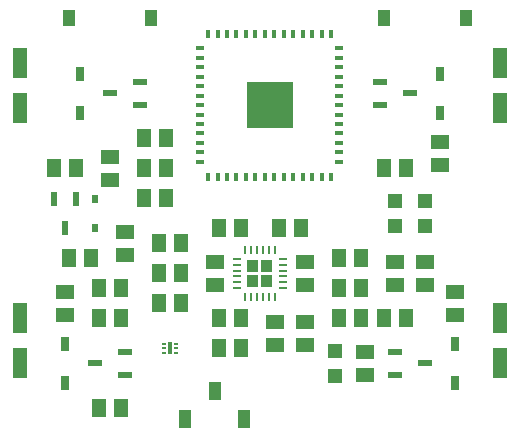
<source format=gbr>
G04 EAGLE Gerber RS-274X export*
G75*
%MOMM*%
%FSLAX34Y34*%
%LPD*%
%INSolderpaste Top*%
%IPPOS*%
%AMOC8*
5,1,8,0,0,1.08239X$1,22.5*%
G01*
%ADD10R,1.500000X1.300000*%
%ADD11R,1.300000X1.500000*%
%ADD12R,0.600000X0.800000*%
%ADD13R,0.790000X0.260000*%
%ADD14R,0.260000X0.790000*%
%ADD15R,1.200000X1.200000*%
%ADD16R,1.270000X2.540000*%
%ADD17R,1.200000X0.600000*%
%ADD18R,0.600000X1.200000*%
%ADD19R,0.750000X1.250000*%
%ADD20R,1.000000X1.600000*%
%ADD21R,0.800000X0.400000*%
%ADD22R,0.400000X0.800000*%
%ADD23R,4.000000X4.000000*%
%ADD24R,1.000000X1.400000*%
%ADD25R,0.370000X0.240000*%
%ADD26R,0.400000X1.080000*%

G36*
X239267Y153707D02*
X239267Y153707D01*
X239262Y153714D01*
X239269Y153720D01*
X239269Y163520D01*
X239233Y163567D01*
X239226Y163562D01*
X239220Y163569D01*
X229920Y163569D01*
X229873Y163533D01*
X229878Y163526D01*
X229871Y163520D01*
X229871Y153720D01*
X229907Y153673D01*
X229914Y153678D01*
X229920Y153671D01*
X239220Y153671D01*
X239267Y153707D01*
G37*
G36*
X227327Y153707D02*
X227327Y153707D01*
X227322Y153714D01*
X227329Y153720D01*
X227329Y163520D01*
X227293Y163567D01*
X227286Y163562D01*
X227280Y163569D01*
X217980Y163569D01*
X217933Y163533D01*
X217938Y163526D01*
X217931Y163520D01*
X217931Y153720D01*
X217967Y153673D01*
X217974Y153678D01*
X217980Y153671D01*
X227280Y153671D01*
X227327Y153707D01*
G37*
G36*
X239267Y141267D02*
X239267Y141267D01*
X239262Y141274D01*
X239269Y141280D01*
X239269Y151080D01*
X239233Y151127D01*
X239226Y151122D01*
X239220Y151129D01*
X229920Y151129D01*
X229873Y151093D01*
X229878Y151086D01*
X229871Y151080D01*
X229871Y141280D01*
X229907Y141233D01*
X229914Y141238D01*
X229920Y141231D01*
X239220Y141231D01*
X239267Y141267D01*
G37*
G36*
X227327Y141267D02*
X227327Y141267D01*
X227322Y141274D01*
X227329Y141280D01*
X227329Y151080D01*
X227293Y151127D01*
X227286Y151122D01*
X227280Y151129D01*
X217980Y151129D01*
X217933Y151093D01*
X217938Y151086D01*
X217931Y151080D01*
X217931Y141280D01*
X217967Y141233D01*
X217974Y141238D01*
X217980Y141231D01*
X227280Y141231D01*
X227327Y141267D01*
G37*
D10*
X63500Y117500D03*
X63500Y136500D03*
X114300Y187300D03*
X114300Y168300D03*
D11*
X85700Y165100D03*
X66700Y165100D03*
D10*
X241300Y111100D03*
X241300Y92100D03*
D11*
X92100Y38100D03*
X111100Y38100D03*
D10*
X393700Y117500D03*
X393700Y136500D03*
X101600Y250800D03*
X101600Y231800D03*
X381000Y263500D03*
X381000Y244500D03*
D11*
X295300Y114300D03*
X314300Y114300D03*
D10*
X266700Y92100D03*
X266700Y111100D03*
X266700Y142900D03*
X266700Y161900D03*
D11*
X295300Y139700D03*
X314300Y139700D03*
D12*
X88900Y190700D03*
X88900Y215700D03*
D13*
X208900Y164900D03*
X208900Y159900D03*
X208900Y154900D03*
X208900Y149900D03*
X208900Y144900D03*
X208900Y139900D03*
D14*
X216100Y132700D03*
X221100Y132700D03*
X226100Y132700D03*
X231100Y132700D03*
X236100Y132700D03*
X241100Y132700D03*
D13*
X248300Y139900D03*
X248300Y144900D03*
X248300Y149900D03*
X248300Y154900D03*
X248300Y159900D03*
X248300Y164900D03*
D14*
X241100Y172100D03*
X236100Y172100D03*
X231100Y172100D03*
X226100Y172100D03*
X221100Y172100D03*
X216100Y172100D03*
D15*
X368300Y192700D03*
X368300Y213700D03*
X342900Y192700D03*
X342900Y213700D03*
X292100Y86700D03*
X292100Y65700D03*
D16*
X25400Y114300D03*
X25400Y76200D03*
X431800Y76200D03*
X431800Y114300D03*
X431800Y292100D03*
X431800Y330200D03*
X25400Y292100D03*
X25400Y330200D03*
D17*
X114100Y66700D03*
X114100Y85700D03*
X89100Y76200D03*
X343100Y85700D03*
X343100Y66700D03*
X368100Y76200D03*
X126800Y295300D03*
X126800Y314300D03*
X101800Y304800D03*
X330400Y314300D03*
X330400Y295300D03*
X355400Y304800D03*
D18*
X73000Y215700D03*
X54000Y215700D03*
X63500Y190700D03*
D11*
X161900Y177800D03*
X142900Y177800D03*
X212700Y114300D03*
X193700Y114300D03*
X314300Y165100D03*
X295300Y165100D03*
X263500Y190500D03*
X244500Y190500D03*
D10*
X342900Y161900D03*
X342900Y142900D03*
X368300Y161900D03*
X368300Y142900D03*
D11*
X92100Y114300D03*
X111100Y114300D03*
D10*
X317500Y66700D03*
X317500Y85700D03*
D11*
X149200Y215900D03*
X130200Y215900D03*
X333400Y114300D03*
X352400Y114300D03*
X130200Y266700D03*
X149200Y266700D03*
X333400Y241300D03*
X352400Y241300D03*
X73000Y241300D03*
X54000Y241300D03*
D19*
X63500Y59700D03*
X63500Y92700D03*
X393700Y59700D03*
X393700Y92700D03*
X381000Y321300D03*
X381000Y288300D03*
X76200Y321300D03*
X76200Y288300D03*
D20*
X165500Y29100D03*
X190500Y53100D03*
X215500Y29100D03*
D11*
X92100Y139700D03*
X111100Y139700D03*
X193700Y88900D03*
X212700Y88900D03*
D21*
X177800Y342900D03*
X177800Y334900D03*
X177800Y326900D03*
X177800Y318900D03*
X177800Y310900D03*
X177800Y302900D03*
X177800Y294900D03*
X177800Y286900D03*
X177800Y278900D03*
X177800Y270900D03*
X177800Y262900D03*
X177800Y254900D03*
X177800Y246900D03*
D22*
X184800Y234400D03*
X192800Y234400D03*
X200800Y234400D03*
X208800Y234400D03*
X216800Y234400D03*
X224800Y234400D03*
X232800Y234400D03*
X240800Y234400D03*
X248800Y234400D03*
X256800Y234400D03*
X264800Y234400D03*
X272800Y234400D03*
X280800Y234400D03*
X288800Y234400D03*
D21*
X295800Y246900D03*
X295800Y254900D03*
X295800Y262900D03*
X295800Y270900D03*
X295800Y278900D03*
X295800Y286900D03*
X295800Y294900D03*
X295800Y302900D03*
X295800Y310900D03*
X295800Y318900D03*
X295800Y326900D03*
X295800Y334900D03*
X295800Y342900D03*
D22*
X288800Y355400D03*
X280800Y355400D03*
X272800Y355400D03*
X264800Y355400D03*
X256800Y355400D03*
X248800Y355400D03*
X240800Y355400D03*
X232800Y355400D03*
X224800Y355400D03*
X216800Y355400D03*
X208800Y355400D03*
X200800Y355400D03*
X192800Y355400D03*
X184800Y355400D03*
D23*
X236800Y294900D03*
D11*
X130200Y241300D03*
X149200Y241300D03*
X212700Y190500D03*
X193700Y190500D03*
X142900Y127000D03*
X161900Y127000D03*
D10*
X190500Y142900D03*
X190500Y161900D03*
D24*
X66600Y368300D03*
X136600Y368300D03*
D11*
X142900Y152400D03*
X161900Y152400D03*
D24*
X403300Y368300D03*
X333300Y368300D03*
D25*
X157550Y84900D03*
X157550Y88900D03*
X157550Y92900D03*
X147250Y92900D03*
X147250Y88900D03*
X147250Y84900D03*
D26*
X152400Y88900D03*
M02*

</source>
